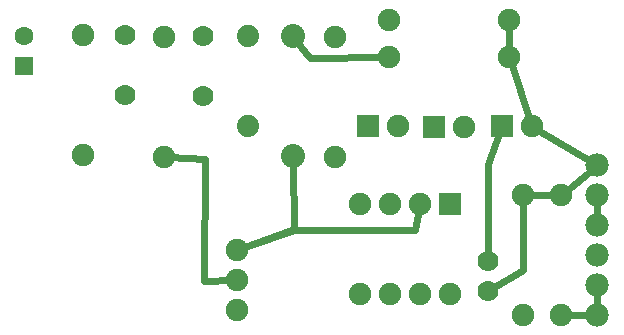
<source format=gbl>
G04 MADE WITH FRITZING*
G04 WWW.FRITZING.ORG*
G04 DOUBLE SIDED*
G04 HOLES PLATED*
G04 CONTOUR ON CENTER OF CONTOUR VECTOR*
%ASAXBY*%
%FSLAX23Y23*%
%MOIN*%
%OFA0B0*%
%SFA1.0B1.0*%
%ADD10C,0.075000*%
%ADD11C,0.062992*%
%ADD12C,0.070000*%
%ADD13C,0.074000*%
%ADD14C,0.080000*%
%ADD15C,0.078000*%
%ADD16R,0.075000X0.075000*%
%ADD17R,0.062992X0.062992*%
%ADD18C,0.024000*%
%LNCOPPER0*%
G90*
G70*
G54D10*
X1587Y497D03*
X1587Y197D03*
X1487Y497D03*
X1487Y197D03*
X1387Y497D03*
X1387Y197D03*
X1287Y497D03*
X1287Y197D03*
G54D11*
X169Y958D03*
X169Y1056D03*
G54D10*
X366Y659D03*
X366Y1059D03*
G54D12*
X504Y860D03*
X504Y1060D03*
G54D10*
X634Y655D03*
X634Y1055D03*
G54D12*
X764Y856D03*
X764Y1056D03*
G54D13*
X913Y757D03*
X913Y1057D03*
G54D14*
X1063Y656D03*
X1063Y1056D03*
G54D10*
X1205Y655D03*
X1205Y1055D03*
X1386Y1112D03*
X1786Y1112D03*
X1386Y986D03*
X1786Y986D03*
X1760Y757D03*
X1860Y757D03*
X1535Y753D03*
X1635Y753D03*
X1315Y757D03*
X1415Y757D03*
G54D12*
X1713Y206D03*
X1713Y306D03*
G54D10*
X1957Y127D03*
X1957Y527D03*
X1831Y127D03*
X1831Y527D03*
G54D15*
X2079Y626D03*
X2079Y526D03*
X2079Y426D03*
X2079Y326D03*
X2079Y226D03*
X2079Y126D03*
G54D10*
X878Y344D03*
X878Y244D03*
X878Y144D03*
G54D16*
X1587Y497D03*
G54D17*
X169Y958D03*
G54D16*
X1760Y757D03*
X1535Y753D03*
X1315Y757D03*
G54D18*
X651Y654D02*
X771Y647D01*
D02*
X768Y241D02*
X860Y243D01*
D02*
X771Y647D02*
X768Y241D01*
D02*
X2079Y445D02*
X2079Y507D01*
D02*
X1875Y748D02*
X2062Y636D01*
D02*
X1786Y1003D02*
X1786Y1094D01*
D02*
X1854Y774D02*
X1791Y969D01*
D02*
X1754Y741D02*
X1713Y631D01*
D02*
X1713Y631D02*
X1713Y321D01*
D02*
X2079Y145D02*
X2079Y207D01*
D02*
X1974Y127D02*
X2079Y127D01*
D02*
X2079Y127D02*
X2079Y207D01*
D02*
X1970Y538D02*
X2064Y614D01*
D02*
X1830Y277D02*
X1831Y510D01*
D02*
X1725Y214D02*
X1830Y277D01*
D02*
X1470Y411D02*
X1483Y480D01*
D02*
X1067Y411D02*
X1470Y411D01*
D02*
X894Y350D02*
X1067Y411D01*
D02*
X1067Y414D02*
X894Y350D01*
D02*
X1063Y636D02*
X1067Y414D01*
D02*
X1122Y985D02*
X1368Y986D01*
D02*
X1076Y1041D02*
X1122Y985D01*
D02*
X1939Y527D02*
X1848Y527D01*
G04 End of Copper0*
M02*
</source>
